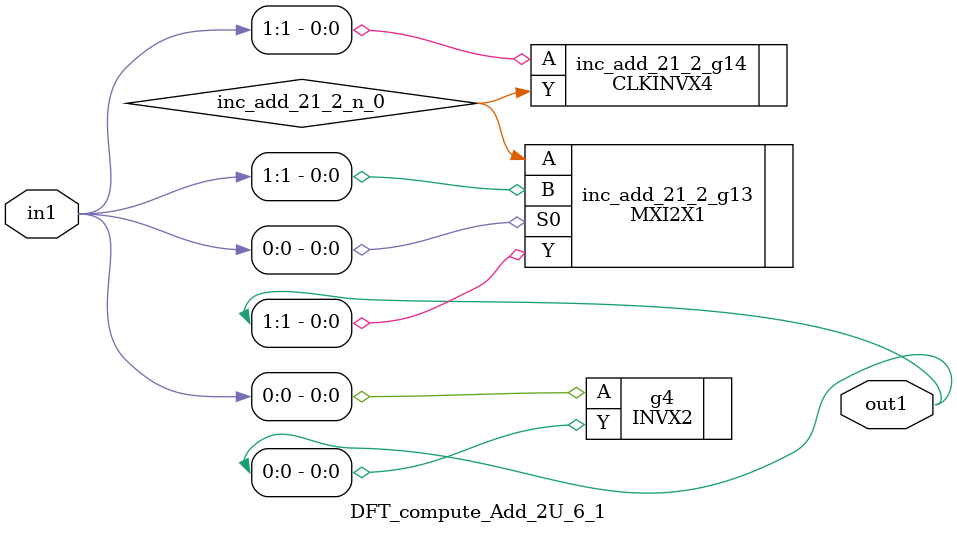
<source format=v>
`timescale 1ps / 1ps


module DFT_compute_Add_2U_6_1(in1, out1);
  input [1:0] in1;
  output [1:0] out1;
  wire [1:0] in1;
  wire [1:0] out1;
  wire inc_add_21_2_n_0;
  INVX2 g4(.A (in1[0]), .Y (out1[0]));
  MXI2X1 inc_add_21_2_g13(.A (inc_add_21_2_n_0), .B (in1[1]), .S0
       (in1[0]), .Y (out1[1]));
  CLKINVX4 inc_add_21_2_g14(.A (in1[1]), .Y (inc_add_21_2_n_0));
endmodule



</source>
